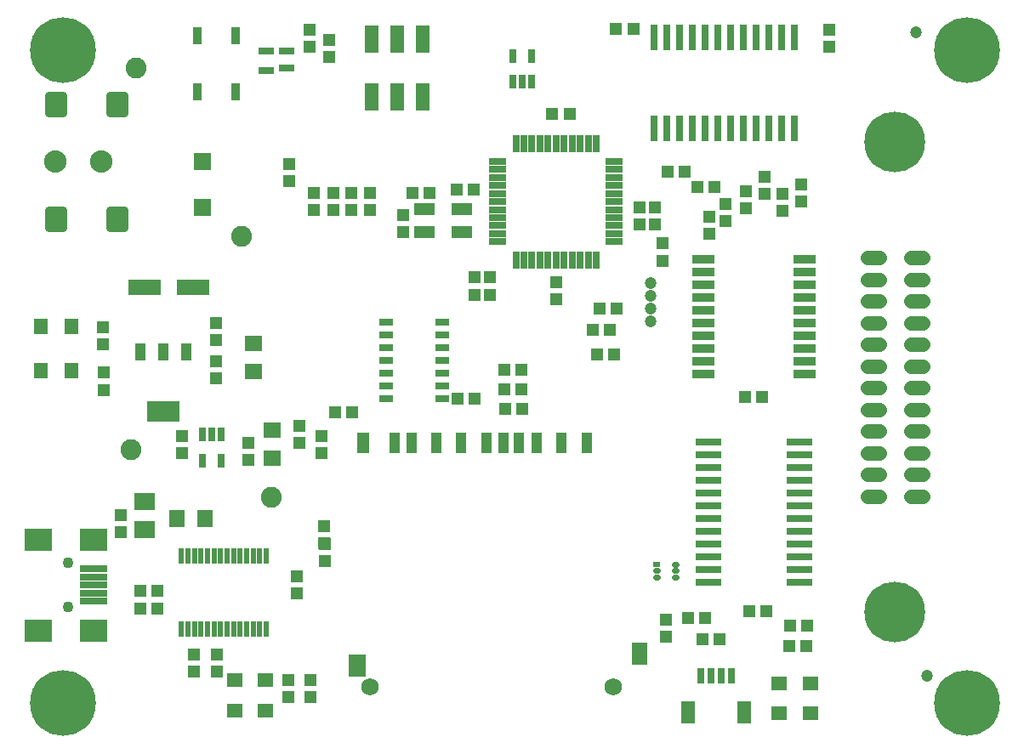
<source format=gbr>
G04 EAGLE Gerber RS-274X export*
G75*
%MOMM*%
%FSLAX34Y34*%
%LPD*%
%INSoldermask Top*%
%IPPOS*%
%AMOC8*
5,1,8,0,0,1.08239X$1,22.5*%
G01*
%ADD10R,1.203200X1.303200*%
%ADD11R,1.303200X1.203200*%
%ADD12C,1.203200*%
%ADD13R,1.603200X1.403200*%
%ADD14R,0.965200X1.727200*%
%ADD15R,1.403200X0.803200*%
%ADD16R,1.103200X2.003200*%
%ADD17R,1.603200X2.203200*%
%ADD18R,1.730200X2.203200*%
%ADD19R,1.303200X2.003200*%
%ADD20C,1.753200*%
%ADD21R,1.603200X1.803200*%
%ADD22R,2.003200X1.803200*%
%ADD23R,0.753200X1.403200*%
%ADD24R,1.703200X0.703200*%
%ADD25R,0.703200X1.703200*%
%ADD26R,1.803200X1.603200*%
%ADD27R,3.203200X1.603200*%
%ADD28R,1.016000X1.727200*%
%ADD29R,3.327400X2.108200*%
%ADD30R,1.673200X1.727200*%
%ADD31C,0.793150*%
%ADD32C,2.235200*%
%ADD33R,2.103200X1.303200*%
%ADD34C,1.422400*%
%ADD35C,6.045200*%
%ADD36R,1.403200X1.603200*%
%ADD37R,1.473200X2.743200*%
%ADD38R,2.235200X0.863600*%
%ADD39C,6.553200*%
%ADD40R,2.703200X0.703200*%
%ADD41R,2.703200X2.203200*%
%ADD42C,1.103200*%
%ADD43C,2.082800*%
%ADD44R,0.551200X1.600200*%
%ADD45R,1.524000X0.762000*%
%ADD46R,0.762000X2.514600*%
%ADD47R,2.514600X0.762000*%
%ADD48R,0.803200X1.553200*%
%ADD49R,1.403200X2.203200*%
%ADD50R,0.803200X0.623200*%
%ADD51C,0.623200*%


D10*
X639420Y543900D03*
X639420Y526900D03*
D11*
X773200Y106820D03*
X790200Y106820D03*
D10*
X314450Y710400D03*
X314450Y693400D03*
D11*
X537100Y636700D03*
X554100Y636700D03*
D12*
X910200Y76920D03*
X899300Y718120D03*
D13*
X762370Y69800D03*
X762370Y39800D03*
D14*
X183750Y658760D03*
X183750Y714640D03*
X221850Y658760D03*
X221850Y714640D03*
D11*
X489900Y343500D03*
X506900Y343500D03*
X337900Y339500D03*
X320900Y339500D03*
X489400Y362400D03*
X506400Y362400D03*
D15*
X427200Y353300D03*
X427200Y366000D03*
X427200Y378700D03*
X427200Y391400D03*
X427200Y404100D03*
X427200Y416800D03*
X427200Y429500D03*
X371200Y429500D03*
X371200Y416800D03*
X371200Y404100D03*
X371200Y391400D03*
X371200Y378700D03*
X371200Y366000D03*
X371200Y353300D03*
D11*
X489400Y381900D03*
X506400Y381900D03*
D16*
X546300Y309200D03*
X521300Y309200D03*
X503800Y309200D03*
X488800Y309200D03*
X471300Y309200D03*
X446300Y309200D03*
X421300Y309200D03*
X397100Y309200D03*
X380100Y309200D03*
D17*
X623560Y99200D03*
D18*
X342710Y87700D03*
D19*
X348600Y309200D03*
D16*
X571300Y309200D03*
D20*
X598000Y66200D03*
X355400Y66200D03*
D10*
X107300Y220600D03*
X107300Y237600D03*
X274600Y73400D03*
X274600Y56400D03*
X475100Y473900D03*
X475100Y456900D03*
X459600Y473900D03*
X459600Y456900D03*
X202700Y98400D03*
X202700Y81400D03*
D21*
X191600Y234000D03*
X163600Y234000D03*
D11*
X126600Y161500D03*
X143600Y161500D03*
X126600Y144000D03*
X143600Y144000D03*
D10*
X180400Y98600D03*
X180400Y81600D03*
D13*
X221000Y42700D03*
X221000Y72700D03*
X251000Y42700D03*
X251000Y72700D03*
D22*
X131500Y222600D03*
X131500Y250600D03*
D23*
X497700Y668799D03*
X507200Y668799D03*
X516700Y668799D03*
X516700Y694801D03*
X497700Y694801D03*
D24*
X482700Y589600D03*
X482700Y581600D03*
X482700Y573600D03*
X482700Y565600D03*
X482700Y557600D03*
X482700Y549600D03*
X482700Y541600D03*
X482700Y533600D03*
X482700Y525600D03*
X482700Y517600D03*
X482700Y509600D03*
D25*
X500700Y491600D03*
X508700Y491600D03*
X516700Y491600D03*
X524700Y491600D03*
X532700Y491600D03*
X540700Y491600D03*
X548700Y491600D03*
X556700Y491600D03*
X564700Y491600D03*
X572700Y491600D03*
X580700Y491600D03*
D24*
X598700Y509600D03*
X598700Y517600D03*
X598700Y525600D03*
X598700Y533600D03*
X598700Y541600D03*
X598700Y549600D03*
X598700Y557600D03*
X598700Y565600D03*
X598700Y573600D03*
X598700Y581600D03*
X598700Y589600D03*
D25*
X580700Y607600D03*
X572700Y607600D03*
X564700Y607600D03*
X556700Y607600D03*
X548700Y607600D03*
X540700Y607600D03*
X532700Y607600D03*
X524700Y607600D03*
X516700Y607600D03*
X508700Y607600D03*
X500700Y607600D03*
D10*
X646500Y490800D03*
X646500Y507800D03*
X540600Y452200D03*
X540600Y469200D03*
D11*
X441800Y561200D03*
X458800Y561200D03*
D10*
X623700Y543800D03*
X623700Y526800D03*
D26*
X239900Y408600D03*
X239900Y380600D03*
D10*
X168500Y316400D03*
X168500Y299400D03*
D27*
X179500Y464500D03*
X131500Y464500D03*
D23*
X207300Y317601D03*
X197800Y317601D03*
X188300Y317601D03*
X188300Y291599D03*
X207300Y291599D03*
D10*
X234000Y292100D03*
X234000Y309100D03*
D28*
X172507Y400200D03*
X149800Y400200D03*
X126915Y400200D03*
D29*
X149800Y340790D03*
D10*
X202500Y428800D03*
X202500Y411800D03*
X202500Y390300D03*
X202500Y373300D03*
D26*
X258300Y321800D03*
X258300Y293800D03*
D30*
X188300Y589370D03*
X188300Y543830D03*
D31*
X49650Y637350D02*
X35550Y637350D01*
X35550Y655450D01*
X49650Y655450D01*
X49650Y637350D01*
X49650Y644885D02*
X35550Y644885D01*
X35550Y652420D02*
X49650Y652420D01*
X49650Y523350D02*
X35550Y523350D01*
X35550Y541450D01*
X49650Y541450D01*
X49650Y523350D01*
X49650Y530885D02*
X35550Y530885D01*
X35550Y538420D02*
X49650Y538420D01*
X96550Y637350D02*
X110650Y637350D01*
X96550Y637350D02*
X96550Y655450D01*
X110650Y655450D01*
X110650Y637350D01*
X110650Y644885D02*
X96550Y644885D01*
X96550Y652420D02*
X110650Y652420D01*
X110650Y523350D02*
X96550Y523350D01*
X96550Y541450D01*
X110650Y541450D01*
X110650Y523350D01*
X110650Y530885D02*
X96550Y530885D01*
X96550Y538420D02*
X110650Y538420D01*
D32*
X42600Y589400D03*
X88320Y589400D03*
D33*
X447000Y541800D03*
X410000Y518800D03*
X447000Y518800D03*
X410000Y541800D03*
D11*
X397700Y558000D03*
X414700Y558000D03*
D10*
X388100Y535800D03*
X388100Y518800D03*
D34*
X850614Y493745D02*
X862806Y493745D01*
X862806Y472155D02*
X850614Y472155D01*
X850614Y450565D02*
X862806Y450565D01*
X862806Y428975D02*
X850614Y428975D01*
X850614Y407385D02*
X862806Y407385D01*
X862806Y385795D02*
X850614Y385795D01*
X850614Y364205D02*
X862806Y364205D01*
X862806Y342615D02*
X850614Y342615D01*
X850614Y321025D02*
X862806Y321025D01*
X862806Y299435D02*
X850614Y299435D01*
X850614Y277845D02*
X862806Y277845D01*
X862806Y256255D02*
X850614Y256255D01*
X893794Y493745D02*
X905986Y493745D01*
X905986Y472155D02*
X893794Y472155D01*
X893794Y450565D02*
X905986Y450565D01*
X905986Y428975D02*
X893794Y428975D01*
X893794Y407385D02*
X905986Y407385D01*
X905986Y385795D02*
X893794Y385795D01*
X893794Y364205D02*
X905986Y364205D01*
X905986Y342615D02*
X893794Y342615D01*
X893794Y321025D02*
X905986Y321025D01*
X905986Y299435D02*
X893794Y299435D01*
X893794Y277845D02*
X905986Y277845D01*
X905986Y256255D02*
X893794Y256255D01*
D35*
X878300Y608934D03*
X878300Y141066D03*
D10*
X296000Y73100D03*
X296000Y56100D03*
X89400Y424100D03*
X89400Y407100D03*
D36*
X58100Y424800D03*
X28100Y424800D03*
D10*
X90300Y379100D03*
X90300Y362100D03*
D36*
X58100Y381400D03*
X28100Y381400D03*
D11*
X773400Y127200D03*
X790400Y127200D03*
D13*
X794000Y69600D03*
X794000Y39600D03*
D11*
X600600Y721400D03*
X617600Y721400D03*
D10*
X812500Y703400D03*
X812500Y720400D03*
X355600Y540900D03*
X355600Y557900D03*
X318700Y540900D03*
X318700Y557900D03*
X299300Y540900D03*
X299300Y557900D03*
X336500Y540800D03*
X336500Y557800D03*
X275400Y586700D03*
X275400Y569700D03*
D11*
X750000Y142000D03*
X733000Y142000D03*
X443000Y353000D03*
X460000Y353000D03*
D10*
X307500Y299000D03*
X307500Y316000D03*
X285000Y309000D03*
X285000Y326000D03*
D37*
X407900Y711000D03*
X407900Y654000D03*
X382500Y711000D03*
X382500Y654000D03*
X357100Y711000D03*
X357100Y654000D03*
D38*
X787792Y377850D03*
X787792Y390550D03*
X787792Y403250D03*
X787792Y415950D03*
X787792Y428650D03*
X787792Y441350D03*
X787792Y454050D03*
X787792Y466750D03*
X687208Y466750D03*
X687208Y454050D03*
X687208Y441350D03*
X687208Y428650D03*
X687208Y415950D03*
X687208Y403250D03*
X687208Y390550D03*
X687208Y377850D03*
X787792Y479450D03*
X787792Y492150D03*
X687208Y479450D03*
X687208Y492150D03*
D11*
X746000Y355000D03*
X729000Y355000D03*
X601000Y443000D03*
X584000Y443000D03*
D39*
X50000Y50000D03*
X950000Y50000D03*
X950000Y700000D03*
X50000Y700000D03*
D40*
X80000Y167500D03*
X80000Y175500D03*
X80000Y151500D03*
X80000Y159500D03*
D41*
X25000Y122500D03*
X25000Y212500D03*
X80000Y122500D03*
X80000Y212500D03*
D40*
X80000Y183500D03*
D42*
X55000Y189500D03*
X55000Y145500D03*
D43*
X227500Y515000D03*
X117500Y302500D03*
X257500Y255000D03*
X122500Y682500D03*
D44*
X252250Y123440D03*
X245750Y123440D03*
X239250Y123440D03*
X232750Y123440D03*
X226250Y123440D03*
X219750Y123440D03*
X213250Y123440D03*
X200250Y123440D03*
X206750Y123440D03*
X193750Y123440D03*
X187250Y123440D03*
X180750Y123440D03*
X174250Y123440D03*
X167750Y123440D03*
X252250Y196560D03*
X245750Y196560D03*
X239250Y196560D03*
X232750Y196560D03*
X226250Y196560D03*
X219750Y196560D03*
X213250Y196560D03*
X206750Y196560D03*
X200250Y196560D03*
X193750Y196560D03*
X187250Y196560D03*
X180750Y196560D03*
X174250Y196560D03*
X167750Y196560D03*
D10*
X282500Y176000D03*
X282500Y159000D03*
D45*
X272660Y682253D03*
X272660Y699652D03*
X252340Y699652D03*
X252340Y680348D03*
D10*
X295000Y721000D03*
X295000Y704000D03*
X785000Y549500D03*
X785000Y566500D03*
X766000Y540000D03*
X766000Y557000D03*
X748000Y557000D03*
X748000Y574000D03*
X730000Y543000D03*
X730000Y560000D03*
D11*
X669000Y579000D03*
X652000Y579000D03*
X698500Y564000D03*
X681500Y564000D03*
D10*
X709000Y530500D03*
X709000Y547500D03*
X693000Y517500D03*
X693000Y534500D03*
D46*
X638650Y622788D03*
X651350Y622788D03*
X664050Y622788D03*
X676750Y622788D03*
X689450Y622788D03*
X702150Y622788D03*
X714850Y622788D03*
X727550Y622788D03*
X740250Y622788D03*
X752950Y622788D03*
X765650Y622788D03*
X778350Y622788D03*
X778350Y713212D03*
X765650Y713212D03*
X752950Y713212D03*
X740250Y713212D03*
X727550Y713212D03*
X714850Y713212D03*
X702150Y713212D03*
X689450Y713212D03*
X676750Y713212D03*
X664050Y713212D03*
X651350Y713212D03*
X638650Y713212D03*
D47*
X782712Y170150D03*
X782712Y182850D03*
X782712Y195550D03*
X782712Y208250D03*
X782712Y220950D03*
X782712Y233650D03*
X782712Y246350D03*
X782712Y259050D03*
X782712Y271750D03*
X782712Y284450D03*
X782712Y297150D03*
X782712Y309850D03*
X692288Y309850D03*
X692288Y297150D03*
X692288Y284450D03*
X692288Y271750D03*
X692288Y259050D03*
X692288Y246350D03*
X692288Y233650D03*
X692288Y220950D03*
X692288Y208250D03*
X692288Y195550D03*
X692288Y182850D03*
X692288Y170150D03*
D12*
X635000Y429900D03*
X635000Y442600D03*
X635000Y455300D03*
X635000Y468000D03*
D11*
X686500Y114000D03*
X703500Y114000D03*
X672000Y134500D03*
X689000Y134500D03*
D48*
X685000Y77500D03*
X695000Y77500D03*
X705000Y77500D03*
X715000Y77500D03*
D49*
X728000Y40750D03*
X672000Y40750D03*
D11*
X598500Y397000D03*
X581500Y397000D03*
X594000Y421500D03*
X577000Y421500D03*
D10*
X310500Y191500D03*
X310500Y208500D03*
X310000Y226000D03*
X310000Y209000D03*
X650000Y133500D03*
X650000Y116500D03*
D50*
X640500Y188500D03*
D51*
X639600Y182000D02*
X641400Y182000D01*
X641400Y175500D02*
X639600Y175500D01*
X658600Y175500D02*
X660400Y175500D01*
X660400Y182000D02*
X658600Y182000D01*
X658600Y188500D02*
X660400Y188500D01*
M02*

</source>
